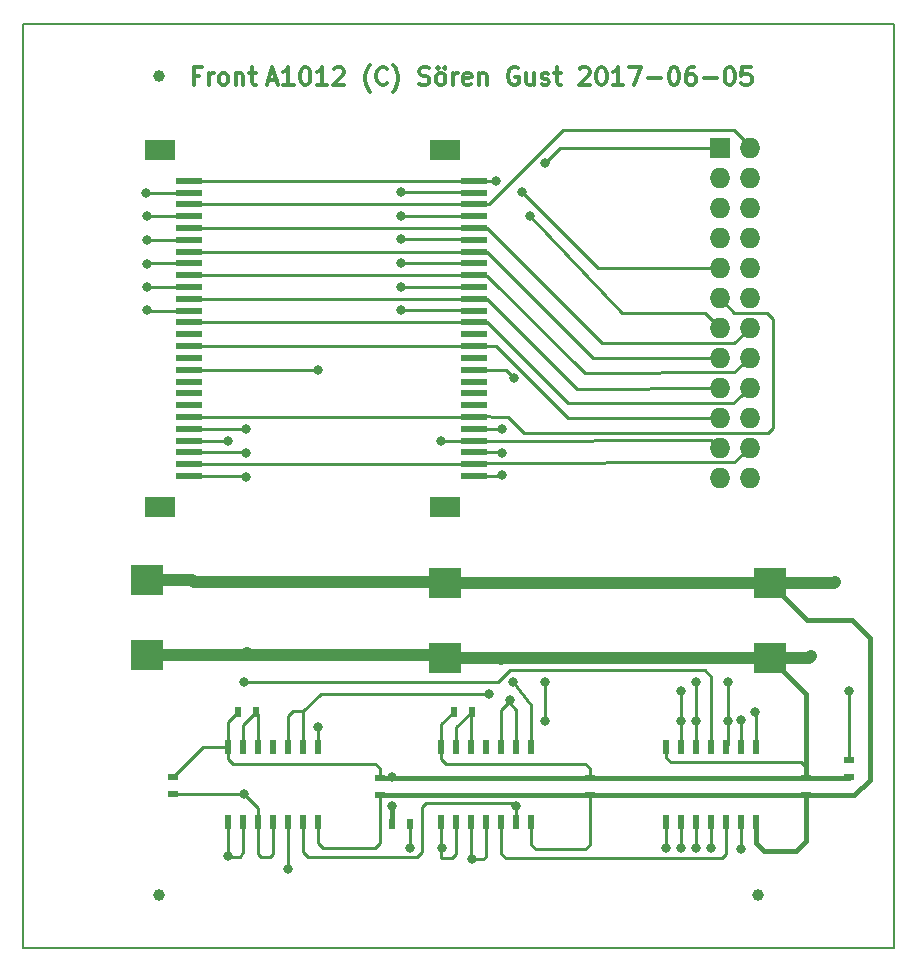
<source format=gbr>
G04 #@! TF.FileFunction,Copper,L1,Top,Signal*
%FSLAX46Y46*%
G04 Gerber Fmt 4.6, Leading zero omitted, Abs format (unit mm)*
G04 Created by KiCad (PCBNEW 4.0.5+dfsg1-4~bpo8+1) date Thu Jun 29 19:36:04 2017*
%MOMM*%
%LPD*%
G01*
G04 APERTURE LIST*
%ADD10C,0.100000*%
%ADD11C,0.150000*%
%ADD12C,0.300000*%
%ADD13R,0.900000X0.500000*%
%ADD14R,1.727200X1.727200*%
%ADD15O,1.727200X1.727200*%
%ADD16R,2.200000X0.600000*%
%ADD17R,2.600000X1.800000*%
%ADD18R,0.508000X1.143000*%
%ADD19C,1.000000*%
%ADD20R,0.500000X0.900000*%
%ADD21R,2.700000X2.550000*%
%ADD22C,0.800000*%
%ADD23C,0.400000*%
%ADD24C,0.250000*%
%ADD25C,1.000000*%
G04 APERTURE END LIST*
D10*
D11*
X134500000Y-72000000D02*
X134500000Y-150250000D01*
X208250000Y-72000000D02*
X134500000Y-72000000D01*
X208250000Y-150250000D02*
X208250000Y-72000000D01*
X134500000Y-150250000D02*
X208250000Y-150250000D01*
D12*
X155285717Y-76750000D02*
X156000003Y-76750000D01*
X155142860Y-77178571D02*
X155642860Y-75678571D01*
X156142860Y-77178571D01*
X157428574Y-77178571D02*
X156571431Y-77178571D01*
X157000003Y-77178571D02*
X157000003Y-75678571D01*
X156857146Y-75892857D01*
X156714288Y-76035714D01*
X156571431Y-76107143D01*
X158357145Y-75678571D02*
X158500002Y-75678571D01*
X158642859Y-75750000D01*
X158714288Y-75821429D01*
X158785717Y-75964286D01*
X158857145Y-76250000D01*
X158857145Y-76607143D01*
X158785717Y-76892857D01*
X158714288Y-77035714D01*
X158642859Y-77107143D01*
X158500002Y-77178571D01*
X158357145Y-77178571D01*
X158214288Y-77107143D01*
X158142859Y-77035714D01*
X158071431Y-76892857D01*
X158000002Y-76607143D01*
X158000002Y-76250000D01*
X158071431Y-75964286D01*
X158142859Y-75821429D01*
X158214288Y-75750000D01*
X158357145Y-75678571D01*
X160285716Y-77178571D02*
X159428573Y-77178571D01*
X159857145Y-77178571D02*
X159857145Y-75678571D01*
X159714288Y-75892857D01*
X159571430Y-76035714D01*
X159428573Y-76107143D01*
X160857144Y-75821429D02*
X160928573Y-75750000D01*
X161071430Y-75678571D01*
X161428573Y-75678571D01*
X161571430Y-75750000D01*
X161642859Y-75821429D01*
X161714287Y-75964286D01*
X161714287Y-76107143D01*
X161642859Y-76321429D01*
X160785716Y-77178571D01*
X161714287Y-77178571D01*
X163928572Y-77750000D02*
X163857144Y-77678571D01*
X163714287Y-77464286D01*
X163642858Y-77321429D01*
X163571429Y-77107143D01*
X163500001Y-76750000D01*
X163500001Y-76464286D01*
X163571429Y-76107143D01*
X163642858Y-75892857D01*
X163714287Y-75750000D01*
X163857144Y-75535714D01*
X163928572Y-75464286D01*
X165357144Y-77035714D02*
X165285715Y-77107143D01*
X165071429Y-77178571D01*
X164928572Y-77178571D01*
X164714287Y-77107143D01*
X164571429Y-76964286D01*
X164500001Y-76821429D01*
X164428572Y-76535714D01*
X164428572Y-76321429D01*
X164500001Y-76035714D01*
X164571429Y-75892857D01*
X164714287Y-75750000D01*
X164928572Y-75678571D01*
X165071429Y-75678571D01*
X165285715Y-75750000D01*
X165357144Y-75821429D01*
X165857144Y-77750000D02*
X165928572Y-77678571D01*
X166071429Y-77464286D01*
X166142858Y-77321429D01*
X166214287Y-77107143D01*
X166285715Y-76750000D01*
X166285715Y-76464286D01*
X166214287Y-76107143D01*
X166142858Y-75892857D01*
X166071429Y-75750000D01*
X165928572Y-75535714D01*
X165857144Y-75464286D01*
X168071429Y-77107143D02*
X168285715Y-77178571D01*
X168642858Y-77178571D01*
X168785715Y-77107143D01*
X168857144Y-77035714D01*
X168928572Y-76892857D01*
X168928572Y-76750000D01*
X168857144Y-76607143D01*
X168785715Y-76535714D01*
X168642858Y-76464286D01*
X168357144Y-76392857D01*
X168214286Y-76321429D01*
X168142858Y-76250000D01*
X168071429Y-76107143D01*
X168071429Y-75964286D01*
X168142858Y-75821429D01*
X168214286Y-75750000D01*
X168357144Y-75678571D01*
X168714286Y-75678571D01*
X168928572Y-75750000D01*
X169785715Y-77178571D02*
X169642857Y-77107143D01*
X169571429Y-77035714D01*
X169500000Y-76892857D01*
X169500000Y-76464286D01*
X169571429Y-76321429D01*
X169642857Y-76250000D01*
X169785715Y-76178571D01*
X170000000Y-76178571D01*
X170142857Y-76250000D01*
X170214286Y-76321429D01*
X170285715Y-76464286D01*
X170285715Y-76892857D01*
X170214286Y-77035714D01*
X170142857Y-77107143D01*
X170000000Y-77178571D01*
X169785715Y-77178571D01*
X169642857Y-75678571D02*
X169714286Y-75750000D01*
X169642857Y-75821429D01*
X169571429Y-75750000D01*
X169642857Y-75678571D01*
X169642857Y-75821429D01*
X170214286Y-75678571D02*
X170285715Y-75750000D01*
X170214286Y-75821429D01*
X170142857Y-75750000D01*
X170214286Y-75678571D01*
X170214286Y-75821429D01*
X170928572Y-77178571D02*
X170928572Y-76178571D01*
X170928572Y-76464286D02*
X171000000Y-76321429D01*
X171071429Y-76250000D01*
X171214286Y-76178571D01*
X171357143Y-76178571D01*
X172428571Y-77107143D02*
X172285714Y-77178571D01*
X172000000Y-77178571D01*
X171857143Y-77107143D01*
X171785714Y-76964286D01*
X171785714Y-76392857D01*
X171857143Y-76250000D01*
X172000000Y-76178571D01*
X172285714Y-76178571D01*
X172428571Y-76250000D01*
X172500000Y-76392857D01*
X172500000Y-76535714D01*
X171785714Y-76678571D01*
X173142857Y-76178571D02*
X173142857Y-77178571D01*
X173142857Y-76321429D02*
X173214285Y-76250000D01*
X173357143Y-76178571D01*
X173571428Y-76178571D01*
X173714285Y-76250000D01*
X173785714Y-76392857D01*
X173785714Y-77178571D01*
X176428571Y-75750000D02*
X176285714Y-75678571D01*
X176071428Y-75678571D01*
X175857143Y-75750000D01*
X175714285Y-75892857D01*
X175642857Y-76035714D01*
X175571428Y-76321429D01*
X175571428Y-76535714D01*
X175642857Y-76821429D01*
X175714285Y-76964286D01*
X175857143Y-77107143D01*
X176071428Y-77178571D01*
X176214285Y-77178571D01*
X176428571Y-77107143D01*
X176500000Y-77035714D01*
X176500000Y-76535714D01*
X176214285Y-76535714D01*
X177785714Y-76178571D02*
X177785714Y-77178571D01*
X177142857Y-76178571D02*
X177142857Y-76964286D01*
X177214285Y-77107143D01*
X177357143Y-77178571D01*
X177571428Y-77178571D01*
X177714285Y-77107143D01*
X177785714Y-77035714D01*
X178428571Y-77107143D02*
X178571428Y-77178571D01*
X178857143Y-77178571D01*
X179000000Y-77107143D01*
X179071428Y-76964286D01*
X179071428Y-76892857D01*
X179000000Y-76750000D01*
X178857143Y-76678571D01*
X178642857Y-76678571D01*
X178500000Y-76607143D01*
X178428571Y-76464286D01*
X178428571Y-76392857D01*
X178500000Y-76250000D01*
X178642857Y-76178571D01*
X178857143Y-76178571D01*
X179000000Y-76250000D01*
X179500000Y-76178571D02*
X180071429Y-76178571D01*
X179714286Y-75678571D02*
X179714286Y-76964286D01*
X179785714Y-77107143D01*
X179928572Y-77178571D01*
X180071429Y-77178571D01*
X181642857Y-75821429D02*
X181714286Y-75750000D01*
X181857143Y-75678571D01*
X182214286Y-75678571D01*
X182357143Y-75750000D01*
X182428572Y-75821429D01*
X182500000Y-75964286D01*
X182500000Y-76107143D01*
X182428572Y-76321429D01*
X181571429Y-77178571D01*
X182500000Y-77178571D01*
X183428571Y-75678571D02*
X183571428Y-75678571D01*
X183714285Y-75750000D01*
X183785714Y-75821429D01*
X183857143Y-75964286D01*
X183928571Y-76250000D01*
X183928571Y-76607143D01*
X183857143Y-76892857D01*
X183785714Y-77035714D01*
X183714285Y-77107143D01*
X183571428Y-77178571D01*
X183428571Y-77178571D01*
X183285714Y-77107143D01*
X183214285Y-77035714D01*
X183142857Y-76892857D01*
X183071428Y-76607143D01*
X183071428Y-76250000D01*
X183142857Y-75964286D01*
X183214285Y-75821429D01*
X183285714Y-75750000D01*
X183428571Y-75678571D01*
X185357142Y-77178571D02*
X184499999Y-77178571D01*
X184928571Y-77178571D02*
X184928571Y-75678571D01*
X184785714Y-75892857D01*
X184642856Y-76035714D01*
X184499999Y-76107143D01*
X185857142Y-75678571D02*
X186857142Y-75678571D01*
X186214285Y-77178571D01*
X187428570Y-76607143D02*
X188571427Y-76607143D01*
X189571427Y-75678571D02*
X189714284Y-75678571D01*
X189857141Y-75750000D01*
X189928570Y-75821429D01*
X189999999Y-75964286D01*
X190071427Y-76250000D01*
X190071427Y-76607143D01*
X189999999Y-76892857D01*
X189928570Y-77035714D01*
X189857141Y-77107143D01*
X189714284Y-77178571D01*
X189571427Y-77178571D01*
X189428570Y-77107143D01*
X189357141Y-77035714D01*
X189285713Y-76892857D01*
X189214284Y-76607143D01*
X189214284Y-76250000D01*
X189285713Y-75964286D01*
X189357141Y-75821429D01*
X189428570Y-75750000D01*
X189571427Y-75678571D01*
X191357141Y-75678571D02*
X191071427Y-75678571D01*
X190928570Y-75750000D01*
X190857141Y-75821429D01*
X190714284Y-76035714D01*
X190642855Y-76321429D01*
X190642855Y-76892857D01*
X190714284Y-77035714D01*
X190785712Y-77107143D01*
X190928570Y-77178571D01*
X191214284Y-77178571D01*
X191357141Y-77107143D01*
X191428570Y-77035714D01*
X191499998Y-76892857D01*
X191499998Y-76535714D01*
X191428570Y-76392857D01*
X191357141Y-76321429D01*
X191214284Y-76250000D01*
X190928570Y-76250000D01*
X190785712Y-76321429D01*
X190714284Y-76392857D01*
X190642855Y-76535714D01*
X192142855Y-76607143D02*
X193285712Y-76607143D01*
X194285712Y-75678571D02*
X194428569Y-75678571D01*
X194571426Y-75750000D01*
X194642855Y-75821429D01*
X194714284Y-75964286D01*
X194785712Y-76250000D01*
X194785712Y-76607143D01*
X194714284Y-76892857D01*
X194642855Y-77035714D01*
X194571426Y-77107143D01*
X194428569Y-77178571D01*
X194285712Y-77178571D01*
X194142855Y-77107143D01*
X194071426Y-77035714D01*
X193999998Y-76892857D01*
X193928569Y-76607143D01*
X193928569Y-76250000D01*
X193999998Y-75964286D01*
X194071426Y-75821429D01*
X194142855Y-75750000D01*
X194285712Y-75678571D01*
X196142855Y-75678571D02*
X195428569Y-75678571D01*
X195357140Y-76392857D01*
X195428569Y-76321429D01*
X195571426Y-76250000D01*
X195928569Y-76250000D01*
X196071426Y-76321429D01*
X196142855Y-76392857D01*
X196214283Y-76535714D01*
X196214283Y-76892857D01*
X196142855Y-77035714D01*
X196071426Y-77107143D01*
X195928569Y-77178571D01*
X195571426Y-77178571D01*
X195428569Y-77107143D01*
X195357140Y-77035714D01*
X149464286Y-76392857D02*
X148964286Y-76392857D01*
X148964286Y-77178571D02*
X148964286Y-75678571D01*
X149678572Y-75678571D01*
X150250000Y-77178571D02*
X150250000Y-76178571D01*
X150250000Y-76464286D02*
X150321428Y-76321429D01*
X150392857Y-76250000D01*
X150535714Y-76178571D01*
X150678571Y-76178571D01*
X151392857Y-77178571D02*
X151249999Y-77107143D01*
X151178571Y-77035714D01*
X151107142Y-76892857D01*
X151107142Y-76464286D01*
X151178571Y-76321429D01*
X151249999Y-76250000D01*
X151392857Y-76178571D01*
X151607142Y-76178571D01*
X151749999Y-76250000D01*
X151821428Y-76321429D01*
X151892857Y-76464286D01*
X151892857Y-76892857D01*
X151821428Y-77035714D01*
X151749999Y-77107143D01*
X151607142Y-77178571D01*
X151392857Y-77178571D01*
X152535714Y-76178571D02*
X152535714Y-77178571D01*
X152535714Y-76321429D02*
X152607142Y-76250000D01*
X152750000Y-76178571D01*
X152964285Y-76178571D01*
X153107142Y-76250000D01*
X153178571Y-76392857D01*
X153178571Y-77178571D01*
X153678571Y-76178571D02*
X154250000Y-76178571D01*
X153892857Y-75678571D02*
X153892857Y-76964286D01*
X153964285Y-77107143D01*
X154107143Y-77178571D01*
X154250000Y-77178571D01*
D13*
X164719000Y-135822000D03*
X164719000Y-137322000D03*
D14*
X193500000Y-82500000D03*
D15*
X196040000Y-82500000D03*
X193500000Y-85040000D03*
X196040000Y-85040000D03*
X193500000Y-87580000D03*
X196040000Y-87580000D03*
X193500000Y-90120000D03*
X196040000Y-90120000D03*
X193500000Y-92660000D03*
X196040000Y-92660000D03*
X193500000Y-95200000D03*
X196040000Y-95200000D03*
X193500000Y-97740000D03*
X196040000Y-97740000D03*
X193500000Y-100280000D03*
X196040000Y-100280000D03*
X193500000Y-102820000D03*
X196040000Y-102820000D03*
X193500000Y-105360000D03*
X196040000Y-105360000D03*
X193500000Y-107900000D03*
X196040000Y-107900000D03*
X193500000Y-110440000D03*
X196040000Y-110440000D03*
D16*
X172680000Y-85290000D03*
X172680000Y-86290000D03*
X172680000Y-87290000D03*
X172680000Y-88290000D03*
X172680000Y-89290000D03*
X172680000Y-90290000D03*
X172680000Y-91290000D03*
X172680000Y-92290000D03*
X172680000Y-93290000D03*
X172680000Y-94290000D03*
X172680000Y-95290000D03*
X172680000Y-96290000D03*
X172680000Y-97290000D03*
X172680000Y-98290000D03*
X172680000Y-99290000D03*
X172680000Y-100290000D03*
X172680000Y-101290000D03*
X172680000Y-102290000D03*
X172680000Y-103290000D03*
X172680000Y-104290000D03*
X172680000Y-105290000D03*
X172680000Y-106290000D03*
X172680000Y-107290000D03*
X172680000Y-108290000D03*
X172680000Y-109290000D03*
X172680000Y-110290000D03*
D17*
X170280000Y-82690000D03*
X170280000Y-112890000D03*
D16*
X148550000Y-85290000D03*
X148550000Y-86290000D03*
X148550000Y-87290000D03*
X148550000Y-88290000D03*
X148550000Y-89290000D03*
X148550000Y-90290000D03*
X148550000Y-91290000D03*
X148550000Y-92290000D03*
X148550000Y-93290000D03*
X148550000Y-94290000D03*
X148550000Y-95290000D03*
X148550000Y-96290000D03*
X148550000Y-97290000D03*
X148550000Y-98290000D03*
X148550000Y-99290000D03*
X148550000Y-100290000D03*
X148550000Y-101290000D03*
X148550000Y-102290000D03*
X148550000Y-103290000D03*
X148550000Y-104290000D03*
X148550000Y-105290000D03*
X148550000Y-106290000D03*
X148550000Y-107290000D03*
X148550000Y-108290000D03*
X148550000Y-109290000D03*
X148550000Y-110290000D03*
D17*
X146150000Y-82690000D03*
X146150000Y-112890000D03*
D13*
X204470000Y-135798000D03*
X204470000Y-134298000D03*
D18*
X169926000Y-139620000D03*
X171196000Y-139620000D03*
X172466000Y-139620000D03*
X173736000Y-139620000D03*
X175006000Y-139620000D03*
X176276000Y-139620000D03*
X177546000Y-139620000D03*
X177546000Y-133270000D03*
X176276000Y-133270000D03*
X173736000Y-133270000D03*
X172466000Y-133270000D03*
X171196000Y-133270000D03*
X169926000Y-133270000D03*
X175006000Y-133270000D03*
X188976000Y-139620000D03*
X190246000Y-139620000D03*
X191516000Y-139620000D03*
X192786000Y-139620000D03*
X194056000Y-139620000D03*
X195326000Y-139620000D03*
X196596000Y-139620000D03*
X196596000Y-133270000D03*
X195326000Y-133270000D03*
X192786000Y-133270000D03*
X191516000Y-133270000D03*
X190246000Y-133270000D03*
X188976000Y-133270000D03*
X194056000Y-133270000D03*
X151892000Y-139620000D03*
X153162000Y-139620000D03*
X154432000Y-139620000D03*
X155702000Y-139620000D03*
X156972000Y-139620000D03*
X158242000Y-139620000D03*
X159512000Y-139620000D03*
X159512000Y-133270000D03*
X158242000Y-133270000D03*
X155702000Y-133270000D03*
X154432000Y-133270000D03*
X153162000Y-133270000D03*
X151892000Y-133270000D03*
X156972000Y-133270000D03*
D13*
X182499000Y-135822000D03*
X182499000Y-137322000D03*
X200787000Y-135822000D03*
X200787000Y-137322000D03*
D19*
X146000000Y-145750000D03*
X146050000Y-76454000D03*
X196750000Y-145750000D03*
D20*
X171000000Y-130250000D03*
X172500000Y-130250000D03*
X152750000Y-130250000D03*
X154250000Y-130250000D03*
X165750000Y-139750000D03*
X167250000Y-139750000D03*
D13*
X147250000Y-135750000D03*
X147250000Y-137250000D03*
D21*
X197750000Y-125675000D03*
X197750000Y-119325000D03*
X170250000Y-125675000D03*
X170250000Y-119325000D03*
X145000000Y-125425000D03*
X145000000Y-119075000D03*
D22*
X165750000Y-135750000D03*
X165750000Y-138250000D03*
X201250000Y-125500000D03*
X175000000Y-125750000D03*
X153500000Y-125250000D03*
X175054000Y-110236000D03*
X175054000Y-108331000D03*
X175054000Y-106299000D03*
X153416000Y-110363000D03*
X153416000Y-108331000D03*
X153416000Y-106299000D03*
X166500000Y-96250000D03*
X166500000Y-94250000D03*
X166500000Y-92250000D03*
X166500000Y-90250000D03*
X166500000Y-88250000D03*
X166500000Y-86250000D03*
X166500000Y-119270000D03*
X203250000Y-119250000D03*
X149000000Y-119250000D03*
X145034000Y-88290000D03*
X145034000Y-90290000D03*
X145034000Y-92329000D03*
X145034000Y-94290000D03*
X144964000Y-86290000D03*
X145034000Y-96266000D03*
X176250000Y-138250000D03*
X178750000Y-131000000D03*
X178750000Y-127750000D03*
X178750000Y-83750000D03*
X191500000Y-127750000D03*
X191500000Y-131000000D03*
X190250000Y-141750000D03*
X176750000Y-86250000D03*
X151892000Y-142500000D03*
X151892000Y-107315000D03*
X194250000Y-131000000D03*
X192750000Y-141750000D03*
X194250000Y-127750000D03*
X174554000Y-85344000D03*
X177475000Y-88265000D03*
X169926000Y-107315000D03*
X170000000Y-141750000D03*
X176078000Y-101981000D03*
X176000000Y-127750000D03*
X159512000Y-101346000D03*
X159500000Y-131500000D03*
X204500000Y-128500000D03*
X190250000Y-128500000D03*
X190250000Y-131000000D03*
X189000000Y-141750000D03*
X195326000Y-141906000D03*
X175750000Y-129250000D03*
X174000000Y-128750000D03*
X196500000Y-130250000D03*
X156972000Y-143557000D03*
X195326000Y-130984000D03*
X167250000Y-141750000D03*
X191500000Y-141750000D03*
X172500000Y-142750000D03*
X153250000Y-127750000D03*
X153250000Y-137250000D03*
D23*
X197750000Y-125675000D02*
X200787000Y-128712000D01*
X200787000Y-128712000D02*
X200787000Y-135822000D01*
X199825000Y-127750000D02*
X197750000Y-125675000D01*
X165750000Y-139750000D02*
X165750000Y-138250000D01*
X165750000Y-135750000D02*
X165750000Y-135822000D01*
X165750000Y-135822000D02*
X165750000Y-135750000D01*
X165750000Y-135750000D02*
X165750000Y-135822000D01*
D24*
X169926000Y-133270000D02*
X169926000Y-131324000D01*
X169926000Y-131324000D02*
X171000000Y-130250000D01*
D25*
X201250000Y-125500000D02*
X201075000Y-125675000D01*
X201075000Y-125675000D02*
X197750000Y-125675000D01*
D24*
X147250000Y-135750000D02*
X149730000Y-133270000D01*
X149730000Y-133270000D02*
X151892000Y-133270000D01*
X152750000Y-130250000D02*
X151892000Y-131108000D01*
X151892000Y-131108000D02*
X151892000Y-133270000D01*
D25*
X175000000Y-125750000D02*
X175000000Y-125675000D01*
X175000000Y-125675000D02*
X175000000Y-125750000D01*
X175000000Y-125750000D02*
X175000000Y-125675000D01*
X153500000Y-125250000D02*
X153500000Y-125425000D01*
X153500000Y-125425000D02*
X153500000Y-125250000D01*
X153500000Y-125250000D02*
X153500000Y-125425000D01*
X170250000Y-125675000D02*
X175000000Y-125675000D01*
X175000000Y-125675000D02*
X197750000Y-125675000D01*
X145000000Y-125425000D02*
X153500000Y-125425000D01*
X153500000Y-125425000D02*
X170000000Y-125425000D01*
X170000000Y-125425000D02*
X170250000Y-125675000D01*
D23*
X182499000Y-135822000D02*
X165750000Y-135822000D01*
X165750000Y-135822000D02*
X164719000Y-135822000D01*
X200787000Y-135822000D02*
X182499000Y-135822000D01*
X164720102Y-135820898D02*
X164719000Y-135822000D01*
X204482000Y-135810000D02*
X204470000Y-135822000D01*
X204470000Y-135822000D02*
X200787000Y-135822000D01*
X200799000Y-135798000D02*
X200787000Y-135810000D01*
D24*
X164719000Y-135822000D02*
X164719000Y-135048000D01*
X164719000Y-135048000D02*
X164338000Y-134667000D01*
X164338000Y-134667000D02*
X152273000Y-134667000D01*
X152273000Y-134667000D02*
X151892000Y-134286000D01*
X151892000Y-134286000D02*
X151892000Y-133270000D01*
X200787000Y-135810000D02*
X200787000Y-134921000D01*
X188976000Y-134159000D02*
X188976000Y-133270000D01*
X189357000Y-134540000D02*
X188976000Y-134159000D01*
X200406000Y-134540000D02*
X189357000Y-134540000D01*
X200787000Y-134921000D02*
X200406000Y-134540000D01*
X182499000Y-135822000D02*
X182499000Y-135048000D01*
X182499000Y-135048000D02*
X182118000Y-134667000D01*
X182118000Y-134667000D02*
X170307000Y-134667000D01*
X170307000Y-134667000D02*
X169926000Y-134286000D01*
X169926000Y-134286000D02*
X169926000Y-133270000D01*
X172680000Y-110290000D02*
X175000000Y-110290000D01*
X175000000Y-110290000D02*
X175054000Y-110236000D01*
X172680000Y-108290000D02*
X175013000Y-108290000D01*
X175013000Y-108290000D02*
X175054000Y-108331000D01*
X172680000Y-106290000D02*
X175045000Y-106290000D01*
X175045000Y-106290000D02*
X175054000Y-106299000D01*
X148550000Y-110290000D02*
X153343000Y-110290000D01*
X153343000Y-110290000D02*
X153416000Y-110363000D01*
X148550000Y-108290000D02*
X153375000Y-108290000D01*
X153375000Y-108290000D02*
X153416000Y-108331000D01*
X148550000Y-106290000D02*
X153407000Y-106290000D01*
X153407000Y-106290000D02*
X153416000Y-106299000D01*
D23*
X196596000Y-139620000D02*
X196596000Y-141346000D01*
X200787000Y-141213000D02*
X200787000Y-137322000D01*
X200000000Y-142000000D02*
X200787000Y-141213000D01*
X197250000Y-142000000D02*
X200000000Y-142000000D01*
X196596000Y-141346000D02*
X197250000Y-142000000D01*
X197750000Y-119325000D02*
X200925000Y-122500000D01*
X200925000Y-122500000D02*
X204750000Y-122500000D01*
D24*
X166500000Y-96250000D02*
X172640000Y-96250000D01*
X172640000Y-96250000D02*
X172680000Y-96290000D01*
X166500000Y-94250000D02*
X172640000Y-94250000D01*
X172640000Y-94250000D02*
X172680000Y-94290000D01*
X166500000Y-92250000D02*
X172640000Y-92250000D01*
X172640000Y-92250000D02*
X172680000Y-92290000D01*
X166500000Y-90250000D02*
X172640000Y-90250000D01*
X172640000Y-90250000D02*
X172680000Y-90290000D01*
X166500000Y-88250000D02*
X172640000Y-88250000D01*
X172640000Y-88250000D02*
X172680000Y-88290000D01*
X166500000Y-86250000D02*
X172640000Y-86250000D01*
X172640000Y-86250000D02*
X172680000Y-86290000D01*
D25*
X203175000Y-119325000D02*
X197750000Y-119325000D01*
X203250000Y-119250000D02*
X203175000Y-119325000D01*
D23*
X204920000Y-137334000D02*
X200799000Y-137334000D01*
X206250000Y-136004000D02*
X204920000Y-137334000D01*
X206250000Y-124000000D02*
X206250000Y-136004000D01*
X204750000Y-122500000D02*
X206250000Y-124000000D01*
D24*
X148550000Y-96290000D02*
X145058000Y-96290000D01*
X145058000Y-96290000D02*
X145034000Y-96266000D01*
D25*
X170250000Y-119325000D02*
X197750000Y-119325000D01*
X166624000Y-119270000D02*
X166500000Y-119270000D01*
X166500000Y-119270000D02*
X170195000Y-119270000D01*
X170195000Y-119270000D02*
X170250000Y-119325000D01*
X149000000Y-119250000D02*
X166604000Y-119250000D01*
X166604000Y-119250000D02*
X166624000Y-119270000D01*
X148825000Y-119075000D02*
X145000000Y-119075000D01*
X149000000Y-119250000D02*
X148825000Y-119075000D01*
X170307000Y-119270000D02*
X166624000Y-119270000D01*
D23*
X182499000Y-137322000D02*
X164719000Y-137322000D01*
X200787000Y-137322000D02*
X182499000Y-137322000D01*
D24*
X182499000Y-137322000D02*
X182499000Y-141525000D01*
X182499000Y-141525000D02*
X182118000Y-141906000D01*
X182118000Y-141906000D02*
X177927000Y-141906000D01*
X177927000Y-141906000D02*
X177546000Y-141525000D01*
X177546000Y-141525000D02*
X177546000Y-139620000D01*
D23*
X200799000Y-137334000D02*
X200787000Y-137322000D01*
D24*
X164719000Y-137322000D02*
X164719000Y-141398000D01*
X164719000Y-141398000D02*
X164338000Y-141779000D01*
X164338000Y-141779000D02*
X159893000Y-141779000D01*
X159893000Y-141779000D02*
X159512000Y-141398000D01*
X159512000Y-141398000D02*
X159512000Y-139620000D01*
X177546000Y-141525000D02*
X177546000Y-139620000D01*
X177927000Y-141906000D02*
X177546000Y-141525000D01*
X182118000Y-141906000D02*
X177927000Y-141906000D01*
X182499000Y-141525000D02*
X182118000Y-141906000D01*
X144907000Y-86233000D02*
X144964000Y-86290000D01*
X144964000Y-86290000D02*
X144907000Y-86233000D01*
X145034000Y-96266000D02*
X145058000Y-96290000D01*
X145058000Y-96290000D02*
X145034000Y-96266000D01*
X148550000Y-94290000D02*
X145034000Y-94290000D01*
X145034000Y-94290000D02*
X144963000Y-94290000D01*
X144963000Y-94290000D02*
X144907000Y-94234000D01*
X148550000Y-92290000D02*
X144946000Y-92290000D01*
X144946000Y-92290000D02*
X144907000Y-92329000D01*
X148550000Y-90290000D02*
X145034000Y-90290000D01*
X145034000Y-90290000D02*
X144914000Y-90290000D01*
X144914000Y-90290000D02*
X144907000Y-90297000D01*
X148550000Y-88290000D02*
X145034000Y-88290000D01*
X145034000Y-88290000D02*
X144932000Y-88290000D01*
X144932000Y-88290000D02*
X144907000Y-88265000D01*
X148550000Y-86290000D02*
X144964000Y-86290000D01*
X193450000Y-82500000D02*
X193500000Y-82500000D01*
X193500000Y-82500000D02*
X193450000Y-82500000D01*
X193450000Y-82500000D02*
X179950000Y-82550000D01*
X176213000Y-138287000D02*
X176276000Y-138350000D01*
X176250000Y-138250000D02*
X176213000Y-138287000D01*
X178750000Y-127750000D02*
X178750000Y-131000000D01*
X179950000Y-82550000D02*
X178750000Y-83750000D01*
X158242000Y-139620000D02*
X158242000Y-142160000D01*
X176276000Y-138350000D02*
X176276000Y-139620000D01*
X175895000Y-137969000D02*
X176276000Y-138350000D01*
X168656000Y-137969000D02*
X175895000Y-137969000D01*
X168275000Y-138350000D02*
X168656000Y-137969000D01*
X168275000Y-142160000D02*
X168275000Y-138350000D01*
X167894000Y-142541000D02*
X168275000Y-142160000D01*
X158623000Y-142541000D02*
X167894000Y-142541000D01*
X158242000Y-142160000D02*
X158623000Y-142541000D01*
X172680000Y-87290000D02*
X148550000Y-87290000D01*
X196040000Y-82500000D02*
X196040000Y-82373000D01*
X196040000Y-82373000D02*
X194742012Y-81007593D01*
X194742012Y-81007593D02*
X180250000Y-81000000D01*
X180250000Y-81000000D02*
X173974000Y-87276000D01*
X173974000Y-87276000D02*
X172721000Y-87249000D01*
X172721000Y-87249000D02*
X172680000Y-87290000D01*
X191516000Y-133270000D02*
X191516000Y-127766000D01*
X191516000Y-127766000D02*
X191500000Y-127750000D01*
X190246000Y-139620000D02*
X190246000Y-141746000D01*
X191516000Y-131016000D02*
X191516000Y-133270000D01*
X191500000Y-131000000D02*
X191516000Y-131016000D01*
X190246000Y-141746000D02*
X190250000Y-141750000D01*
X183250000Y-92710000D02*
X183210000Y-92710000D01*
X183210000Y-92710000D02*
X176750000Y-86250000D01*
X183190000Y-92710000D02*
X183250000Y-92710000D01*
X183250000Y-92710000D02*
X193500000Y-92660000D01*
X148550000Y-107290000D02*
X151867000Y-107290000D01*
X151892000Y-107315000D02*
X151867000Y-107290000D01*
X151892000Y-139620000D02*
X151892000Y-142500000D01*
X151892000Y-142500000D02*
X151892000Y-142541000D01*
X153162000Y-142160000D02*
X153162000Y-139620000D01*
X152908000Y-142541000D02*
X153162000Y-142160000D01*
X151892000Y-142541000D02*
X152908000Y-142541000D01*
X151892000Y-142541000D02*
X151892000Y-142541000D01*
X192786000Y-139620000D02*
X192786000Y-141714000D01*
X192750000Y-141750000D02*
X192786000Y-141714000D01*
X194056000Y-133270000D02*
X194250000Y-133076000D01*
X194250000Y-133076000D02*
X194250000Y-131000000D01*
X194250000Y-131000000D02*
X194250000Y-127750000D01*
X194000000Y-133076000D02*
X194056000Y-133270000D01*
X198000000Y-97000000D02*
X198000000Y-106250000D01*
X198000000Y-106250000D02*
X197625000Y-106625000D01*
X172680000Y-105290000D02*
X148550000Y-105290000D01*
X194750000Y-96500000D02*
X193500000Y-95200000D01*
X197500000Y-96500000D02*
X194750000Y-96500000D01*
X198000000Y-97000000D02*
X197500000Y-96500000D01*
X176967000Y-106680000D02*
X197625000Y-106625000D01*
X175570000Y-105283000D02*
X176967000Y-106680000D01*
X175554000Y-105283000D02*
X175570000Y-105283000D01*
X172750000Y-105250000D02*
X175554000Y-105283000D01*
X172680000Y-85290000D02*
X148550000Y-85290000D01*
X193500000Y-97740000D02*
X192250000Y-96500000D01*
X174554000Y-85344000D02*
X172734000Y-85344000D01*
X185249811Y-96500178D02*
X177475000Y-88265000D01*
X192250000Y-96500000D02*
X185249811Y-96500178D01*
X172734000Y-85344000D02*
X172680000Y-85290000D01*
X148550000Y-89290000D02*
X172680000Y-89290000D01*
X172680000Y-89290000D02*
X172689000Y-89281000D01*
X172689000Y-89281000D02*
X173792500Y-89292500D01*
X173792500Y-89292500D02*
X183571500Y-99071500D01*
X183571500Y-99071500D02*
X194750000Y-99000000D01*
X194750000Y-99000000D02*
X196040000Y-97740000D01*
X148550000Y-91290000D02*
X172680000Y-91290000D01*
X172680000Y-91290000D02*
X172703000Y-91313000D01*
X172703000Y-91313000D02*
X173808500Y-91308500D01*
X173808500Y-91308500D02*
X182825500Y-100325500D01*
X182825500Y-100325500D02*
X193500000Y-100280000D01*
X148550000Y-93290000D02*
X172680000Y-93290000D01*
X172680000Y-93290000D02*
X172735000Y-93345000D01*
X172735000Y-93345000D02*
X173824500Y-93324500D01*
X173824500Y-93324500D02*
X182079500Y-101579500D01*
X182079500Y-101579500D02*
X194750000Y-101500000D01*
X194750000Y-101500000D02*
X196040000Y-100280000D01*
X148550000Y-95290000D02*
X172680000Y-95290000D01*
X172680000Y-95290000D02*
X172720000Y-95250000D01*
X172720000Y-95250000D02*
X173777000Y-95277000D01*
X173777000Y-95277000D02*
X181397000Y-102897000D01*
X181397000Y-102897000D02*
X193500000Y-102820000D01*
X148550000Y-97290000D02*
X172680000Y-97290000D01*
X172680000Y-97290000D02*
X172688000Y-97282000D01*
X172688000Y-97282000D02*
X173793000Y-97293000D01*
X173793000Y-97293000D02*
X180651000Y-104151000D01*
X180651000Y-104151000D02*
X194634247Y-104125342D01*
X194634247Y-104125342D02*
X196040000Y-102820000D01*
X148550000Y-99290000D02*
X172680000Y-99290000D01*
X172680000Y-99290000D02*
X172704000Y-99314000D01*
X172704000Y-99314000D02*
X174559000Y-99309000D01*
X174559000Y-99309000D02*
X180655000Y-105405000D01*
X180655000Y-105405000D02*
X193500000Y-105360000D01*
X169926000Y-107315000D02*
X169951000Y-107290000D01*
X172680000Y-107290000D02*
X169951000Y-107290000D01*
X170000000Y-141750000D02*
X169926000Y-141750000D01*
X169926000Y-141750000D02*
X170000000Y-141750000D01*
X170000000Y-141750000D02*
X169926000Y-141750000D01*
X169926000Y-139620000D02*
X169926000Y-141750000D01*
X169926000Y-141750000D02*
X169926000Y-141906000D01*
X169926000Y-141906000D02*
X169926000Y-142668000D01*
X171196000Y-142287000D02*
X171196000Y-139620000D01*
X170815000Y-142668000D02*
X171196000Y-142287000D01*
X169926000Y-142668000D02*
X170815000Y-142668000D01*
X169926000Y-142668000D02*
X169926000Y-142668000D01*
X172680000Y-107290000D02*
X192750000Y-107250000D01*
X192750000Y-107250000D02*
X193500000Y-107900000D01*
X148550000Y-109290000D02*
X172680000Y-109290000D01*
X172680000Y-109290000D02*
X172750000Y-109220000D01*
X172750000Y-109220000D02*
X194750546Y-109119887D01*
X194750546Y-109119887D02*
X196040000Y-107900000D01*
X172680000Y-101290000D02*
X175387000Y-101290000D01*
X175387000Y-101290000D02*
X176078000Y-101981000D01*
X177546000Y-133270000D02*
X177546000Y-129704000D01*
X177546000Y-129704000D02*
X176000000Y-127750000D01*
X159512000Y-133270000D02*
X159512000Y-131512000D01*
X159512000Y-101346000D02*
X159456000Y-101290000D01*
X159456000Y-101290000D02*
X148550000Y-101290000D01*
X159512000Y-131512000D02*
X159500000Y-131500000D01*
X190250000Y-131000000D02*
X190250000Y-128500000D01*
X204470000Y-128530000D02*
X204470000Y-134298000D01*
X204500000Y-128500000D02*
X204470000Y-128530000D01*
X188976000Y-139620000D02*
X188976000Y-141726000D01*
X190246000Y-131004000D02*
X190246000Y-133270000D01*
X190250000Y-131000000D02*
X190246000Y-131004000D01*
X188976000Y-141726000D02*
X189000000Y-141750000D01*
X175006000Y-139620000D02*
X175006000Y-142287000D01*
X194056000Y-142287000D02*
X194056000Y-139620000D01*
X193675000Y-142668000D02*
X194056000Y-142287000D01*
X175387000Y-142668000D02*
X193675000Y-142668000D01*
X175006000Y-142287000D02*
X175387000Y-142668000D01*
X175641000Y-129460000D02*
X175641000Y-129359000D01*
X195326000Y-141906000D02*
X195326000Y-139620000D01*
X175641000Y-129359000D02*
X175750000Y-129250000D01*
X176276000Y-133270000D02*
X176276000Y-130095000D01*
X176276000Y-130095000D02*
X175641000Y-129460000D01*
X175006000Y-130095000D02*
X175006000Y-133270000D01*
X175641000Y-129460000D02*
X175006000Y-130095000D01*
X174000000Y-128750000D02*
X159714000Y-128750000D01*
X196596000Y-130346000D02*
X196500000Y-130250000D01*
X196596000Y-133270000D02*
X196596000Y-130346000D01*
X159714000Y-128750000D02*
X158242000Y-130222000D01*
X156972000Y-133270000D02*
X156972000Y-130603000D01*
X158242000Y-130222000D02*
X158242000Y-133270000D01*
X158242000Y-130222000D02*
X158242000Y-130222000D01*
X157353000Y-130222000D02*
X157607000Y-130222000D01*
X157607000Y-130222000D02*
X158242000Y-130222000D01*
X156972000Y-130603000D02*
X157353000Y-130222000D01*
X195326000Y-133270000D02*
X195326000Y-130984000D01*
X156972000Y-143557000D02*
X156972000Y-139620000D01*
X171196000Y-133270000D02*
X171196000Y-131554000D01*
X171196000Y-131554000D02*
X172500000Y-130250000D01*
X172500000Y-130250000D02*
X172466000Y-130284000D01*
X172466000Y-130284000D02*
X172466000Y-133270000D01*
X153162000Y-133270000D02*
X153162000Y-131338000D01*
X153162000Y-131338000D02*
X154250000Y-130250000D01*
X154432000Y-133270000D02*
X154432000Y-130432000D01*
X154432000Y-130432000D02*
X154250000Y-130250000D01*
X167250000Y-141750000D02*
X167250000Y-139750000D01*
X172500000Y-142750000D02*
X173500000Y-142750000D01*
X173736000Y-142514000D02*
X173736000Y-139620000D01*
X173500000Y-142750000D02*
X173736000Y-142514000D01*
X191516000Y-141734000D02*
X191500000Y-141750000D01*
X191516000Y-139620000D02*
X191516000Y-141734000D01*
X172466000Y-142716000D02*
X172466000Y-139620000D01*
X172500000Y-142750000D02*
X172466000Y-142716000D01*
X192786000Y-133270000D02*
X192786000Y-127286000D01*
X192786000Y-127286000D02*
X192250000Y-126750000D01*
X192250000Y-126750000D02*
X176500000Y-126750000D01*
X176500000Y-126750000D02*
X176000000Y-126750000D01*
X176000000Y-126750000D02*
X175750000Y-126750000D01*
X175750000Y-126750000D02*
X174750000Y-127750000D01*
X174750000Y-127750000D02*
X153250000Y-127750000D01*
X155448000Y-142541000D02*
X155702000Y-142287000D01*
X154686000Y-142541000D02*
X155448000Y-142541000D01*
X154432000Y-142287000D02*
X154686000Y-142541000D01*
X147250000Y-137250000D02*
X153250000Y-137250000D01*
X154432000Y-138432000D02*
X154432000Y-139620000D01*
X153250000Y-137250000D02*
X154432000Y-138432000D01*
X154432000Y-139620000D02*
X154432000Y-142287000D01*
X155702000Y-142287000D02*
X155702000Y-139620000D01*
M02*

</source>
